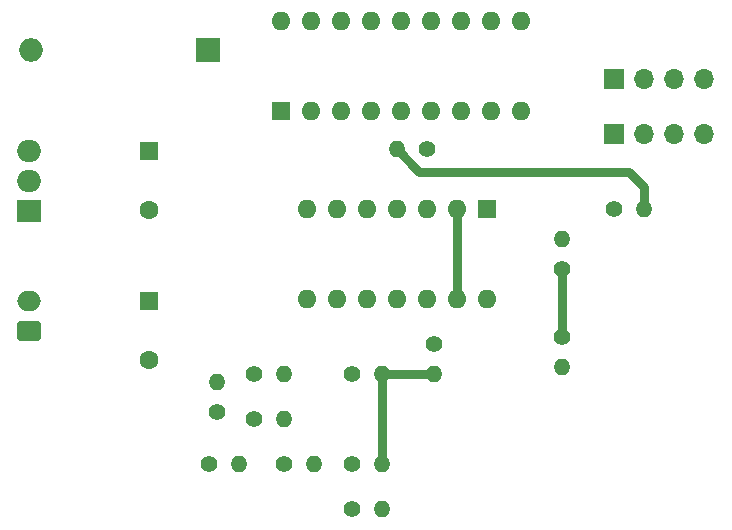
<source format=gbr>
%TF.GenerationSoftware,KiCad,Pcbnew,(6.0.2)*%
%TF.CreationDate,2022-03-17T17:29:19-05:00*%
%TF.ProjectId,alarm-PIC16F1619,616c6172-6d2d-4504-9943-313646313631,rev?*%
%TF.SameCoordinates,Original*%
%TF.FileFunction,Copper,L2,Bot*%
%TF.FilePolarity,Positive*%
%FSLAX46Y46*%
G04 Gerber Fmt 4.6, Leading zero omitted, Abs format (unit mm)*
G04 Created by KiCad (PCBNEW (6.0.2)) date 2022-03-17 17:29:19*
%MOMM*%
%LPD*%
G01*
G04 APERTURE LIST*
G04 Aperture macros list*
%AMRoundRect*
0 Rectangle with rounded corners*
0 $1 Rounding radius*
0 $2 $3 $4 $5 $6 $7 $8 $9 X,Y pos of 4 corners*
0 Add a 4 corners polygon primitive as box body*
4,1,4,$2,$3,$4,$5,$6,$7,$8,$9,$2,$3,0*
0 Add four circle primitives for the rounded corners*
1,1,$1+$1,$2,$3*
1,1,$1+$1,$4,$5*
1,1,$1+$1,$6,$7*
1,1,$1+$1,$8,$9*
0 Add four rect primitives between the rounded corners*
20,1,$1+$1,$2,$3,$4,$5,0*
20,1,$1+$1,$4,$5,$6,$7,0*
20,1,$1+$1,$6,$7,$8,$9,0*
20,1,$1+$1,$8,$9,$2,$3,0*%
G04 Aperture macros list end*
%TA.AperFunction,ComponentPad*%
%ADD10R,1.700000X1.700000*%
%TD*%
%TA.AperFunction,ComponentPad*%
%ADD11O,1.700000X1.700000*%
%TD*%
%TA.AperFunction,ComponentPad*%
%ADD12R,1.600000X1.600000*%
%TD*%
%TA.AperFunction,ComponentPad*%
%ADD13O,1.600000X1.600000*%
%TD*%
%TA.AperFunction,ComponentPad*%
%ADD14C,1.400000*%
%TD*%
%TA.AperFunction,ComponentPad*%
%ADD15O,1.400000X1.400000*%
%TD*%
%TA.AperFunction,ComponentPad*%
%ADD16C,1.600000*%
%TD*%
%TA.AperFunction,ComponentPad*%
%ADD17O,2.000000X2.000000*%
%TD*%
%TA.AperFunction,ComponentPad*%
%ADD18R,2.000000X2.000000*%
%TD*%
%TA.AperFunction,ComponentPad*%
%ADD19R,2.000000X1.905000*%
%TD*%
%TA.AperFunction,ComponentPad*%
%ADD20O,2.000000X1.905000*%
%TD*%
%TA.AperFunction,ComponentPad*%
%ADD21RoundRect,0.250000X0.750000X-0.600000X0.750000X0.600000X-0.750000X0.600000X-0.750000X-0.600000X0*%
%TD*%
%TA.AperFunction,ComponentPad*%
%ADD22O,2.000000X1.700000*%
%TD*%
%TA.AperFunction,Conductor*%
%ADD23C,0.750000*%
%TD*%
G04 APERTURE END LIST*
D10*
%TO.P,DACInputs_+5v2,1,Pin_1*%
%TO.N,+5V*%
X71130000Y-20115000D03*
D11*
%TO.P,DACInputs_+5v2,2,Pin_2*%
X73670000Y-20115000D03*
%TO.P,DACInputs_+5v2,3,Pin_3*%
X76210000Y-20115000D03*
%TO.P,DACInputs_+5v2,4,Pin_4*%
X78750000Y-20115000D03*
%TD*%
D10*
%TO.P,DACInputs2,1,Pin_1*%
%TO.N,Net-(DACInputs2-Pad1)*%
X71130000Y-24765000D03*
D11*
%TO.P,DACInputs2,2,Pin_2*%
%TO.N,Net-(DACInputs2-Pad2)*%
X73670000Y-24765000D03*
%TO.P,DACInputs2,3,Pin_3*%
%TO.N,Net-(DACInputs2-Pad3)*%
X76210000Y-24765000D03*
%TO.P,DACInputs2,4,Pin_4*%
%TO.N,Net-(DACInputs2-Pad4)*%
X78750000Y-24765000D03*
%TD*%
D12*
%TO.P,U5,1*%
%TO.N,Net-(DACInputs2-Pad1)*%
X60325000Y-31115000D03*
D13*
%TO.P,U5,2*%
%TO.N,+5V*%
X57785000Y-31115000D03*
%TO.P,U5,3*%
%TO.N,Net-(U5-Pad3)*%
X55245000Y-31115000D03*
%TO.P,U5,4*%
%TO.N,Net-(DACInputs2-Pad2)*%
X52705000Y-31115000D03*
%TO.P,U5,5*%
%TO.N,+5V*%
X50165000Y-31115000D03*
%TO.P,U5,6*%
%TO.N,Net-(U5-Pad6)*%
X47625000Y-31115000D03*
%TO.P,U5,7,GND*%
%TO.N,GND*%
X45085000Y-31115000D03*
%TO.P,U5,8*%
%TO.N,Net-(U5-Pad8)*%
X45085000Y-38735000D03*
%TO.P,U5,9*%
%TO.N,Net-(DACInputs2-Pad3)*%
X47625000Y-38735000D03*
%TO.P,U5,10*%
%TO.N,+5V*%
X50165000Y-38735000D03*
%TO.P,U5,11*%
%TO.N,Net-(U5-Pad11)*%
X52705000Y-38735000D03*
%TO.P,U5,12*%
%TO.N,Net-(DACInputs2-Pad4)*%
X55245000Y-38735000D03*
%TO.P,U5,13*%
%TO.N,+5V*%
X57785000Y-38735000D03*
%TO.P,U5,14,VCC*%
X60325000Y-38735000D03*
%TD*%
D14*
%TO.P,r_pd_b11,1*%
%TO.N,Net-(DACInputs2-Pad4)*%
X55880000Y-42545000D03*
D15*
%TO.P,r_pd_b11,2*%
%TO.N,GND*%
X55880000Y-45085000D03*
%TD*%
D14*
%TO.P,r_pd_b10,1*%
%TO.N,Net-(DACInputs2-Pad3)*%
X48895000Y-45085000D03*
D15*
%TO.P,r_pd_b10,2*%
%TO.N,GND*%
X51435000Y-45085000D03*
%TD*%
%TO.P,r_pd_b9,2*%
%TO.N,GND*%
X52705000Y-26035000D03*
D14*
%TO.P,r_pd_b9,1*%
%TO.N,Net-(DACInputs2-Pad2)*%
X55245000Y-26035000D03*
%TD*%
%TO.P,r_pd_b8,1*%
%TO.N,Net-(DACInputs2-Pad1)*%
X71120000Y-31115000D03*
D15*
%TO.P,r_pd_b8,2*%
%TO.N,GND*%
X73660000Y-31115000D03*
%TD*%
D14*
%TO.P,r26,1*%
%TO.N,AN0*%
X43180000Y-52705000D03*
D15*
%TO.P,r26,2*%
%TO.N,Net-(U5-Pad11)*%
X45720000Y-52705000D03*
%TD*%
D14*
%TO.P,r25,1*%
%TO.N,Net-(r23-Pad2)*%
X40640000Y-48895000D03*
D15*
%TO.P,r25,2*%
%TO.N,AN0*%
X43180000Y-48895000D03*
%TD*%
D14*
%TO.P,r24,1*%
%TO.N,Net-(r23-Pad2)*%
X40640000Y-45085000D03*
D15*
%TO.P,r24,2*%
%TO.N,Net-(U5-Pad8)*%
X43180000Y-45085000D03*
%TD*%
D14*
%TO.P,r23,1*%
%TO.N,Net-(r21-Pad2)*%
X36830000Y-52705000D03*
D15*
%TO.P,r23,2*%
%TO.N,Net-(r23-Pad2)*%
X39370000Y-52705000D03*
%TD*%
D14*
%TO.P,r22,1*%
%TO.N,Net-(r21-Pad2)*%
X37465000Y-48260000D03*
D15*
%TO.P,r22,2*%
%TO.N,Net-(U5-Pad6)*%
X37465000Y-45720000D03*
%TD*%
D14*
%TO.P,r21,1*%
%TO.N,Net-(r19-Pad2)*%
X66675000Y-41960000D03*
D15*
%TO.P,r21,2*%
%TO.N,Net-(r21-Pad2)*%
X66675000Y-44500000D03*
%TD*%
D14*
%TO.P,r20,1*%
%TO.N,Net-(r19-Pad2)*%
X66675000Y-36145000D03*
D15*
%TO.P,r20,2*%
%TO.N,Net-(U5-Pad3)*%
X66675000Y-33605000D03*
%TD*%
D14*
%TO.P,r19,1*%
%TO.N,Net-(r18-Pad1)*%
X48945000Y-56515000D03*
D15*
%TO.P,r19,2*%
%TO.N,Net-(r19-Pad2)*%
X51485000Y-56515000D03*
%TD*%
D14*
%TO.P,r18,1*%
%TO.N,Net-(r18-Pad1)*%
X48895000Y-52705000D03*
D15*
%TO.P,r18,2*%
%TO.N,GND*%
X51435000Y-52705000D03*
%TD*%
D12*
%TO.P,U2,1,VDD*%
%TO.N,+5V*%
X42870000Y-22850000D03*
D13*
%TO.P,U2,2,RA5*%
%TO.N,unconnected-(U2-Pad2)*%
X45410000Y-22850000D03*
%TO.P,U2,3,RA4*%
%TO.N,unconnected-(U2-Pad3)*%
X47950000Y-22850000D03*
%TO.P,U2,4,RA3/~{MCLR}/VPP*%
%TO.N,unconnected-(U2-Pad4)*%
X50490000Y-22850000D03*
%TO.P,U2,5,RC5*%
%TO.N,unconnected-(U2-Pad5)*%
X53030000Y-22850000D03*
%TO.P,U2,6,RC4*%
%TO.N,unconnected-(U2-Pad6)*%
X55570000Y-22850000D03*
%TO.P,U2,7,RC3*%
%TO.N,unconnected-(U2-Pad7)*%
X58110000Y-22850000D03*
%TO.P,U2,8,RC6*%
%TO.N,unconnected-(U2-Pad8)*%
X60650000Y-22850000D03*
%TO.P,U2,9,RC7*%
%TO.N,unconnected-(U2-Pad9)*%
X63190000Y-22850000D03*
%TO.P,U2,10,RB7*%
%TO.N,unconnected-(U2-Pad10)*%
X63190000Y-15230000D03*
%TO.P,U2,11,RB6*%
%TO.N,unconnected-(U2-Pad11)*%
X60650000Y-15230000D03*
%TO.P,U2,12,RB5*%
%TO.N,unconnected-(U2-Pad12)*%
X58110000Y-15230000D03*
%TO.P,U2,13,RB4*%
%TO.N,unconnected-(U2-Pad13)*%
X55570000Y-15230000D03*
%TO.P,U2,14,RC2*%
%TO.N,unconnected-(U2-Pad14)*%
X53030000Y-15230000D03*
%TO.P,U2,15,RC1*%
%TO.N,unconnected-(U2-Pad15)*%
X50490000Y-15230000D03*
%TO.P,U2,16,RC0*%
%TO.N,Net-(LS1-Pad1)*%
X47950000Y-15230000D03*
%TO.P,U2,17,RA2*%
%TO.N,unconnected-(U2-Pad17)*%
X45410000Y-15230000D03*
%TO.P,U2,18,RA1/ICSPCLK*%
%TO.N,unconnected-(U2-Pad18)*%
X42870000Y-15230000D03*
%TD*%
D12*
%TO.P,RegIn1,1*%
%TO.N,Net-(RegIn1-Pad1)*%
X31750000Y-38872349D03*
D16*
%TO.P,RegIn1,2*%
%TO.N,GND*%
X31750000Y-43872349D03*
%TD*%
D17*
%TO.P,LS1,2,2*%
%TO.N,GND*%
X21710000Y-17632829D03*
D18*
%TO.P,LS1,1,1*%
%TO.N,Net-(LS1-Pad1)*%
X36710000Y-17632829D03*
%TD*%
D19*
%TO.P,U1,1,IN*%
%TO.N,Net-(RegIn1-Pad1)*%
X21590000Y-31252349D03*
D20*
%TO.P,U1,2,GND*%
%TO.N,GND*%
X21590000Y-28712349D03*
%TO.P,U1,3,OUT*%
%TO.N,+5V*%
X21590000Y-26172349D03*
%TD*%
D12*
%TO.P,RegOut1,1*%
%TO.N,+5V*%
X31750000Y-26172349D03*
D16*
%TO.P,RegOut1,2*%
%TO.N,GND*%
X31750000Y-31172349D03*
%TD*%
D21*
%TO.P,BattIn1,1,Pin_1*%
%TO.N,GND*%
X21590000Y-41412349D03*
D22*
%TO.P,BattIn1,2,Pin_2*%
%TO.N,Net-(RegIn1-Pad1)*%
X21590000Y-38912349D03*
%TD*%
D23*
%TO.N,GND*%
X51435000Y-45085000D02*
X51435000Y-52705000D01*
X51435000Y-45085000D02*
X55880000Y-45085000D01*
X54610000Y-27940000D02*
X52705000Y-26035000D01*
X72390000Y-27940000D02*
X54610000Y-27940000D01*
X73660000Y-29210000D02*
X72390000Y-27940000D01*
X73660000Y-31115000D02*
X73660000Y-29210000D01*
%TO.N,+5V*%
X57785000Y-38735000D02*
X57785000Y-31115000D01*
%TO.N,Net-(r19-Pad2)*%
X66675000Y-36145000D02*
X66675000Y-41960000D01*
%TD*%
M02*

</source>
